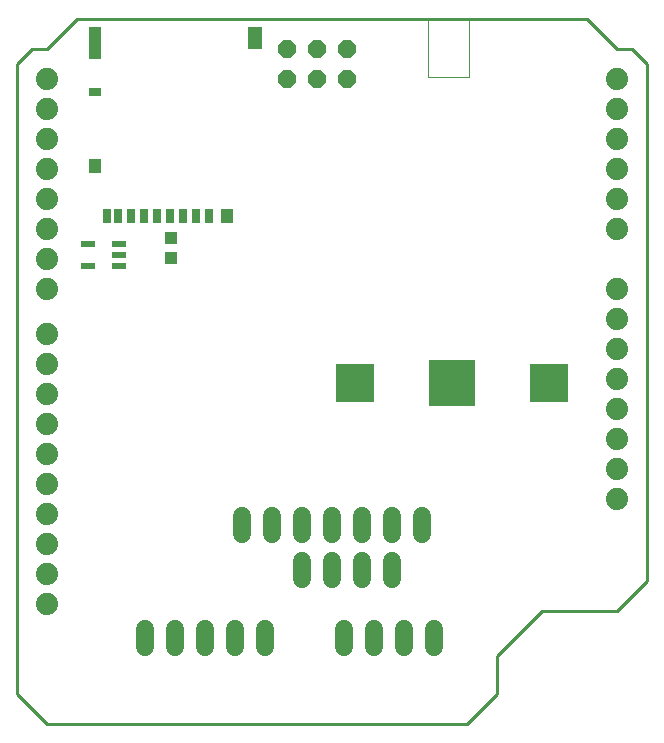
<source format=gbs>
G75*
%MOIN*%
%OFA0B0*%
%FSLAX25Y25*%
%IPPOS*%
%LPD*%
%AMOC8*
5,1,8,0,0,1.08239X$1,22.5*
%
%ADD10C,0.01000*%
%ADD11C,0.06000*%
%ADD12R,0.15354X0.15354*%
%ADD13R,0.12598X0.12598*%
%ADD14OC8,0.06000*%
%ADD15R,0.04724X0.02165*%
%ADD16R,0.02756X0.04724*%
%ADD17R,0.03937X0.04724*%
%ADD18R,0.03937X0.03150*%
%ADD19R,0.03937X0.11024*%
%ADD20R,0.05118X0.07480*%
%ADD21R,0.03937X0.04331*%
%ADD22C,0.07400*%
%ADD23C,0.00000*%
D10*
X0011500Y0062524D02*
X0001500Y0072524D01*
X0001500Y0282524D01*
X0006500Y0287524D01*
X0011500Y0287524D01*
X0021500Y0297524D01*
X0191500Y0297524D01*
X0201500Y0287524D01*
X0206500Y0287524D01*
X0211500Y0282524D01*
X0211500Y0110024D01*
X0201500Y0100024D01*
X0176500Y0100024D01*
X0161500Y0085024D01*
X0161500Y0072524D01*
X0151500Y0062524D01*
X0011500Y0062524D01*
D11*
X0044000Y0088274D02*
X0044000Y0094274D01*
X0054000Y0094274D02*
X0054000Y0088274D01*
X0064000Y0088274D02*
X0064000Y0094274D01*
X0074000Y0094274D02*
X0074000Y0088274D01*
X0084000Y0088274D02*
X0084000Y0094274D01*
X0096500Y0110774D02*
X0096500Y0116774D01*
X0096500Y0125774D02*
X0096500Y0131774D01*
X0086500Y0131774D02*
X0086500Y0125774D01*
X0076500Y0125774D02*
X0076500Y0131774D01*
X0106500Y0131774D02*
X0106500Y0125774D01*
X0106500Y0116774D02*
X0106500Y0110774D01*
X0116500Y0110774D02*
X0116500Y0116774D01*
X0116500Y0125774D02*
X0116500Y0131774D01*
X0126500Y0131774D02*
X0126500Y0125774D01*
X0126500Y0116774D02*
X0126500Y0110774D01*
X0130250Y0094274D02*
X0130250Y0088274D01*
X0140250Y0088274D02*
X0140250Y0094274D01*
X0120250Y0094274D02*
X0120250Y0088274D01*
X0110250Y0088274D02*
X0110250Y0094274D01*
X0136500Y0125774D02*
X0136500Y0131774D01*
D12*
X0146500Y0176274D03*
D13*
X0114217Y0176274D03*
X0178783Y0176274D03*
D14*
X0111500Y0277524D03*
X0111500Y0287524D03*
X0101500Y0287524D03*
X0101500Y0277524D03*
X0091500Y0277524D03*
X0091500Y0287524D03*
D15*
X0035369Y0222514D03*
X0035369Y0218774D03*
X0035369Y0215033D03*
X0025131Y0215033D03*
X0025131Y0222514D03*
D16*
X0031293Y0231667D03*
X0035033Y0231667D03*
X0039364Y0231667D03*
X0043695Y0231667D03*
X0048026Y0231667D03*
X0052356Y0231667D03*
X0056687Y0231667D03*
X0061018Y0231667D03*
X0065348Y0231667D03*
D17*
X0071451Y0231667D03*
X0027553Y0248596D03*
D18*
X0027553Y0273006D03*
D19*
X0027553Y0289344D03*
D20*
X0080703Y0291116D03*
D21*
X0052750Y0224620D03*
X0052750Y0217927D03*
D22*
X0011500Y0217524D03*
X0011500Y0227524D03*
X0011500Y0237524D03*
X0011500Y0247524D03*
X0011500Y0257524D03*
X0011500Y0267524D03*
X0011500Y0277524D03*
X0011500Y0207524D03*
X0011500Y0192524D03*
X0011500Y0182524D03*
X0011500Y0172524D03*
X0011500Y0162524D03*
X0011500Y0152524D03*
X0011500Y0142524D03*
X0011500Y0132524D03*
X0011500Y0122524D03*
X0011500Y0112524D03*
X0011500Y0102524D03*
X0201500Y0137524D03*
X0201500Y0147524D03*
X0201500Y0157524D03*
X0201500Y0167524D03*
X0201500Y0177524D03*
X0201500Y0187524D03*
X0201500Y0197524D03*
X0201500Y0207524D03*
X0201500Y0227524D03*
X0201500Y0237524D03*
X0201500Y0247524D03*
X0201500Y0257524D03*
X0201500Y0267524D03*
X0201500Y0277524D03*
D23*
X0151992Y0278144D02*
X0151992Y0297391D01*
X0138508Y0297391D02*
X0138508Y0278144D01*
X0151992Y0278144D01*
M02*

</source>
